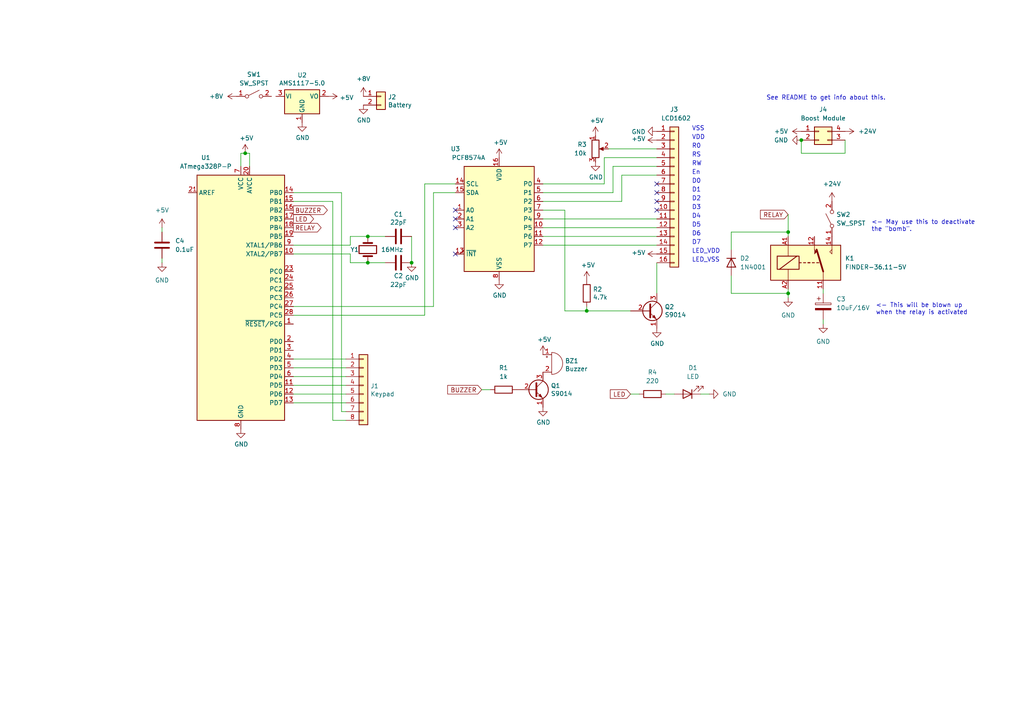
<source format=kicad_sch>
(kicad_sch (version 20211123) (generator eeschema)
  (paper "A4")
  (title_block (title "C4 Clock") (date "2022-02-27") (rev "1.0") (company "yangshunhuai"))
  (lib_symbols
    (symbol "Connector_Generic:Conn_01x02" (pin_names (offset 1.016) hide)
      (property "Reference" "J" (at 0 2.54 0))
      (property "Value" "Conn_01x02" (at 0 -5.08 0))
      (symbol "Conn_01x02_1_1"
        (rectangle (start -1.27 -2.413) (end 0 -2.667) (stroke (width 0.1524)))
        (rectangle (start -1.27 0.127) (end 0 -0.127) (stroke (width 0.1524)))
        (rectangle (start -1.27 1.27) (end 1.27 -3.81) (stroke (width 0.254)) (fill (type background)))
        (pin passive line (at -5.08 0 0) (length 3.81) (name "Pin_1") (number "1"))
        (pin passive line (at -5.08 -2.54 0) (length 3.81) (name "Pin_2") (number "2"))
      )
    )
    (symbol "Connector_Generic:Conn_01x08" (pin_names (offset 1.016) hide)
      (property "Reference" "J" (at 0 10.16 0))
      (property "Value" "Conn_01x08" (at 0 -12.7 0))
      (symbol "Conn_01x08_1_1"
        (rectangle (start -1.27 -10.033) (end 0 -10.287) (stroke (width 0.1524)))
        (rectangle (start -1.27 -7.493) (end 0 -7.747) (stroke (width 0.1524)))
        (rectangle (start -1.27 -4.953) (end 0 -5.207) (stroke (width 0.1524)))
        (rectangle (start -1.27 -2.413) (end 0 -2.667) (stroke (width 0.1524)))
        (rectangle (start -1.27 0.127) (end 0 -0.127) (stroke (width 0.1524)))
        (rectangle (start -1.27 2.667) (end 0 2.413) (stroke (width 0.1524)))
        (rectangle (start -1.27 5.207) (end 0 4.953) (stroke (width 0.1524)))
        (rectangle (start -1.27 7.747) (end 0 7.493) (stroke (width 0.1524)))
        (rectangle (start -1.27 8.89) (end 1.27 -11.43) (stroke (width 0.254)) (fill (type background)))
        (pin passive line (at -5.08 7.62 0) (length 3.81) (name "Pin_1") (number "1"))
        (pin passive line (at -5.08 5.08 0) (length 3.81) (name "Pin_2") (number "2"))
        (pin passive line (at -5.08 2.54 0) (length 3.81) (name "Pin_3") (number "3"))
        (pin passive line (at -5.08 0 0) (length 3.81) (name "Pin_4") (number "4"))
        (pin passive line (at -5.08 -2.54 0) (length 3.81) (name "Pin_5") (number "5"))
        (pin passive line (at -5.08 -5.08 0) (length 3.81) (name "Pin_6") (number "6"))
        (pin passive line (at -5.08 -7.62 0) (length 3.81) (name "Pin_7") (number "7"))
        (pin passive line (at -5.08 -10.16 0) (length 3.81) (name "Pin_8") (number "8"))
      )
    )
    (symbol "Connector_Generic:Conn_01x16" (pin_names (offset 1.016) hide)
      (property "Reference" "J" (at 0 20.32 0))
      (property "Value" "Conn_01x16" (at 0 -22.86 0))
      (symbol "Conn_01x16_1_1"
        (rectangle (start -1.27 -20.193) (end 0 -20.447) (stroke (width 0.1524)))
        (rectangle (start -1.27 -17.653) (end 0 -17.907) (stroke (width 0.1524)))
        (rectangle (start -1.27 -15.113) (end 0 -15.367) (stroke (width 0.1524)))
        (rectangle (start -1.27 -12.573) (end 0 -12.827) (stroke (width 0.1524)))
        (rectangle (start -1.27 -10.033) (end 0 -10.287) (stroke (width 0.1524)))
        (rectangle (start -1.27 -7.493) (end 0 -7.747) (stroke (width 0.1524)))
        (rectangle (start -1.27 -4.953) (end 0 -5.207) (stroke (width 0.1524)))
        (rectangle (start -1.27 -2.413) (end 0 -2.667) (stroke (width 0.1524)))
        (rectangle (start -1.27 0.127) (end 0 -0.127) (stroke (width 0.1524)))
        (rectangle (start -1.27 2.667) (end 0 2.413) (stroke (width 0.1524)))
        (rectangle (start -1.27 5.207) (end 0 4.953) (stroke (width 0.1524)))
        (rectangle (start -1.27 7.747) (end 0 7.493) (stroke (width 0.1524)))
        (rectangle (start -1.27 10.287) (end 0 10.033) (stroke (width 0.1524)))
        (rectangle (start -1.27 12.827) (end 0 12.573) (stroke (width 0.1524)))
        (rectangle (start -1.27 15.367) (end 0 15.113) (stroke (width 0.1524)))
        (rectangle (start -1.27 17.907) (end 0 17.653) (stroke (width 0.1524)))
        (rectangle (start -1.27 19.05) (end 1.27 -21.59) (stroke (width 0.254)) (fill (type background)))
        (pin passive line (at -5.08 17.78 0) (length 3.81) (name "Pin_1") (number "1"))
        (pin passive line (at -5.08 -5.08 0) (length 3.81) (name "Pin_10") (number "10"))
        (pin passive line (at -5.08 -7.62 0) (length 3.81) (name "Pin_11") (number "11"))
        (pin passive line (at -5.08 -10.16 0) (length 3.81) (name "Pin_12") (number "12"))
        (pin passive line (at -5.08 -12.7 0) (length 3.81) (name "Pin_13") (number "13"))
        (pin passive line (at -5.08 -15.24 0) (length 3.81) (name "Pin_14") (number "14"))
        (pin passive line (at -5.08 -17.78 0) (length 3.81) (name "Pin_15") (number "15"))
        (pin passive line (at -5.08 -20.32 0) (length 3.81) (name "Pin_16") (number "16"))
        (pin passive line (at -5.08 15.24 0) (length 3.81) (name "Pin_2") (number "2"))
        (pin passive line (at -5.08 12.7 0) (length 3.81) (name "Pin_3") (number "3"))
        (pin passive line (at -5.08 10.16 0) (length 3.81) (name "Pin_4") (number "4"))
        (pin passive line (at -5.08 7.62 0) (length 3.81) (name "Pin_5") (number "5"))
        (pin passive line (at -5.08 5.08 0) (length 3.81) (name "Pin_6") (number "6"))
        (pin passive line (at -5.08 2.54 0) (length 3.81) (name "Pin_7") (number "7"))
        (pin passive line (at -5.08 0 0) (length 3.81) (name "Pin_8") (number "8"))
        (pin passive line (at -5.08 -2.54 0) (length 3.81) (name "Pin_9") (number "9"))
      )
    )
    (symbol "Connector_Generic:Conn_02x02_Counter_Clockwise" (pin_names (offset 1.016) hide)
      (property "Reference" "J" (at 1.27 2.54 0))
      (property "Value" "Conn_02x02_Counter_Clockwise" (at 1.27 -5.08 0))
      (symbol "Conn_02x02_Counter_Clockwise_1_1"
        (rectangle (start -1.27 -2.413) (end 0 -2.667) (stroke (width 0.1524)))
        (rectangle (start -1.27 0.127) (end 0 -0.127) (stroke (width 0.1524)))
        (rectangle (start -1.27 1.27) (end 3.81 -3.81) (stroke (width 0.254)) (fill (type background)))
        (rectangle (start 3.81 -2.413) (end 2.54 -2.667) (stroke (width 0.1524)))
        (rectangle (start 3.81 0.127) (end 2.54 -0.127) (stroke (width 0.1524)))
        (pin passive line (at -5.08 0 0) (length 3.81) (name "Pin_1") (number "1"))
        (pin passive line (at -5.08 -2.54 0) (length 3.81) (name "Pin_2") (number "2"))
        (pin passive line (at 7.62 -2.54 180) (length 3.81) (name "Pin_3") (number "3"))
        (pin passive line (at 7.62 0 180) (length 3.81) (name "Pin_4") (number "4"))
      )
    )
    (symbol "Device:Buzzer" (pin_names (offset 0.0254) hide)
      (property "Reference" "BZ" (at 3.81 1.27 0))
      (property "Value" "Buzzer" (at 3.81 -1.27 0))
      (symbol "Buzzer_0_1"
        (arc (start 0 -3.175) (mid 3.175 0) (end 0 3.175))
        (polyline (pts (xy -1.651 1.905) (xy -1.143 1.905)))
        (polyline (pts (xy -1.397 2.159) (xy -1.397 1.651)))
        (polyline (pts (xy 0 3.175) (xy 0 -3.175)))
      )
      (symbol "Buzzer_1_1"
        (pin passive line (at -2.54 2.54 0) (length 2.54) (name "-") (number "1"))
        (pin passive line (at -2.54 -2.54 0) (length 2.54) (name "+") (number "2"))
      )
    )
    (symbol "Device:C" (pin_numbers hide) (pin_names (offset 0.254))
      (property "Reference" "C" (at 0.635 2.54 0))
      (property "Value" "C" (at 0.635 -2.54 0))
      (symbol "C_0_1"
        (polyline (pts (xy -2.032 -0.762) (xy 2.032 -0.762)) (stroke (width 0.508)))
        (polyline (pts (xy -2.032 0.762) (xy 2.032 0.762)) (stroke (width 0.508)))
      )
      (symbol "C_1_1"
        (pin passive line (at 0 3.81 270) (length 2.794) (name "~") (number "1"))
        (pin passive line (at 0 -3.81 90) (length 2.794) (name "~") (number "2"))
      )
    )
    (symbol "Device:C_Polarized" (pin_numbers hide) (pin_names (offset 0.254))
      (property "Reference" "C" (at 0.635 2.54 0))
      (property "Value" "C_Polarized" (at 0.635 -2.54 0))
      (symbol "C_Polarized_0_1"
        (rectangle (start -2.286 0.508) (end 2.286 1.016))
        (polyline (pts (xy -1.778 2.286) (xy -0.762 2.286)))
        (polyline (pts (xy -1.27 2.794) (xy -1.27 1.778)))
        (rectangle (start 2.286 -0.508) (end -2.286 -1.016) (fill (type outline)))
      )
      (symbol "C_Polarized_1_1"
        (pin passive line (at 0 3.81 270) (length 2.794) (name "~") (number "1"))
        (pin passive line (at 0 -3.81 90) (length 2.794) (name "~") (number "2"))
      )
    )
    (symbol "Device:Crystal" (pin_numbers hide) (pin_names (offset 1.016) hide)
      (property "Reference" "Y" (at 0 3.81 0))
      (property "Value" "Crystal" (at 0 -3.81 0))
      (symbol "Crystal_0_1"
        (rectangle (start -1.143 2.54) (end 1.143 -2.54) (stroke (width 0.3048)))
        (polyline (pts (xy -2.54 0) (xy -1.905 0)))
        (polyline (pts (xy -1.905 -1.27) (xy -1.905 1.27)) (stroke (width 0.508)))
        (polyline (pts (xy 1.905 -1.27) (xy 1.905 1.27)) (stroke (width 0.508)))
        (polyline (pts (xy 2.54 0) (xy 1.905 0)))
      )
      (symbol "Crystal_1_1"
        (pin passive line (at -3.81 0 0) (length 1.27) (name "1") (number "1"))
        (pin passive line (at 3.81 0 180) (length 1.27) (name "2") (number "2"))
      )
    )
    (symbol "Device:D" (pin_numbers hide) (pin_names (offset 1.016) hide)
      (property "Reference" "D" (at 0 2.54 0))
      (property "Value" "D" (at 0 -2.54 0))
      (symbol "D_0_1"
        (polyline (pts (xy -1.27 1.27) (xy -1.27 -1.27)) (stroke (width 0.254)))
        (polyline (pts (xy 1.27 0) (xy -1.27 0)))
        (polyline (pts (xy 1.27 1.27) (xy 1.27 -1.27) (xy -1.27 0) (xy 1.27 1.27)) (stroke (width 0.254)))
      )
      (symbol "D_1_1"
        (pin passive line (at -3.81 0 0) (length 2.54) (name "K") (number "1"))
        (pin passive line (at 3.81 0 180) (length 2.54) (name "A") (number "2"))
      )
    )
    (symbol "Device:LED" (pin_numbers hide) (pin_names (offset 1.016) hide)
      (property "Reference" "D" (at 0 2.54 0))
      (property "Value" "LED" (at 0 -2.54 0))
      (symbol "LED_0_1"
        (polyline (pts (xy -1.27 -1.27) (xy -1.27 1.27)) (stroke (width 0.254)))
        (polyline (pts (xy -1.27 0) (xy 1.27 0)))
        (polyline (pts (xy 1.27 -1.27) (xy 1.27 1.27) (xy -1.27 0) (xy 1.27 -1.27)) (stroke (width 0.254)))
        (polyline (pts (xy -3.048 -0.762) (xy -4.572 -2.286) (xy -3.81 -2.286) (xy -4.572 -2.286) (xy -4.572 -1.524)))
        (polyline (pts (xy -1.778 -0.762) (xy -3.302 -2.286) (xy -2.54 -2.286) (xy -3.302 -2.286) (xy -3.302 -1.524)))
      )
      (symbol "LED_1_1"
        (pin passive line (at -3.81 0 0) (length 2.54) (name "K") (number "1"))
        (pin passive line (at 3.81 0 180) (length 2.54) (name "A") (number "2"))
      )
    )
    (symbol "Device:Q_NPN_EBC" (pin_names (offset 0) hide)
      (property "Reference" "Q" (at 5.08 1.27 0))
      (property "Value" "Q_NPN_EBC" (at 5.08 -1.27 0))
      (symbol "Q_NPN_EBC_0_1"
        (polyline (pts (xy 0.635 0.635) (xy 2.54 2.54)))
        (polyline (pts (xy 0.635 -0.635) (xy 2.54 -2.54) (xy 2.54 -2.54)))
        (polyline (pts (xy 0.635 1.905) (xy 0.635 -1.905) (xy 0.635 -1.905)) (stroke (width 0.508)))
        (polyline (pts (xy 1.27 -1.778) (xy 1.778 -1.27) (xy 2.286 -2.286) (xy 1.27 -1.778) (xy 1.27 -1.778)) (fill (type outline)))
        (circle (center 1.27 0) (radius 2.8194) (stroke (width 0.254)))
      )
      (symbol "Q_NPN_EBC_1_1"
        (pin passive line (at 2.54 -5.08 90) (length 2.54) (name "E") (number "1"))
        (pin passive line (at -5.08 0 0) (length 5.715) (name "B") (number "2"))
        (pin passive line (at 2.54 5.08 270) (length 2.54) (name "C") (number "3"))
      )
    )
    (symbol "Device:R" (pin_numbers hide) (pin_names (offset 0))
      (property "Reference" "R" (at 2.032 0 90))
      (property "Value" "R" (at 0 0 90))
      (symbol "R_0_1"
        (rectangle (start -1.016 -2.54) (end 1.016 2.54) (stroke (width 0.254)))
      )
      (symbol "R_1_1"
        (pin passive line (at 0 3.81 270) (length 1.27) (name "~") (number "1"))
        (pin passive line (at 0 -3.81 90) (length 1.27) (name "~") (number "2"))
      )
    )
    (symbol "Device:R_Potentiometer" (pin_names (offset 1.016) hide)
      (property "Reference" "RV" (at -4.445 0 90))
      (property "Value" "R_Potentiometer" (at -2.54 0 90))
      (symbol "R_Potentiometer_0_1"
        (polyline (pts (xy 2.54 0) (xy 1.524 0)))
        (polyline (pts (xy 1.143 0) (xy 2.286 0.508) (xy 2.286 -0.508) (xy 1.143 0)) (fill (type outline)))
        (rectangle (start 1.016 2.54) (end -1.016 -2.54) (stroke (width 0.254)))
      )
      (symbol "R_Potentiometer_1_1"
        (pin passive line (at 0 3.81 270) (length 1.27) (name "1") (number "1"))
        (pin passive line (at 3.81 0 180) (length 1.27) (name "2") (number "2"))
        (pin passive line (at 0 -3.81 90) (length 1.27) (name "3") (number "3"))
      )
    )
    (symbol "Interface_Expansion:PCF8574A"
      (property "Reference" "U" (at -8.89 16.51 0))
      (property "Value" "PCF8574A" (at 2.54 16.51 0))
      (symbol "PCF8574A_0_1"
        (rectangle (start -10.16 15.24) (end 10.16 -15.24) (stroke (width 0.254)) (fill (type background)))
      )
      (symbol "PCF8574A_1_1"
        (pin input line (at -12.7 2.54 0) (length 2.54) (name "A0") (number "1"))
        (pin bidirectional line (at 12.7 -2.54 180) (length 2.54) (name "P5") (number "10"))
        (pin bidirectional line (at 12.7 -5.08 180) (length 2.54) (name "P6") (number "11"))
        (pin bidirectional line (at 12.7 -7.62 180) (length 2.54) (name "P7") (number "12"))
        (pin open_collector output_low (at -12.7 -10.16 0) (length 2.54) (name "~{INT}") (number "13"))
        (pin input line (at -12.7 10.16 0) (length 2.54) (name "SCL") (number "14"))
        (pin bidirectional line (at -12.7 7.62 0) (length 2.54) (name "SDA") (number "15"))
        (pin power_in line (at 0 17.78 270) (length 2.54) (name "VDD") (number "16"))
        (pin input line (at -12.7 0 0) (length 2.54) (name "A1") (number "2"))
        (pin input line (at -12.7 -2.54 0) (length 2.54) (name "A2") (number "3"))
        (pin bidirectional line (at 12.7 10.16 180) (length 2.54) (name "P0") (number "4"))
        (pin bidirectional line (at 12.7 7.62 180) (length 2.54) (name "P1") (number "5"))
        (pin bidirectional line (at 12.7 5.08 180) (length 2.54) (name "P2") (number "6"))
        (pin bidirectional line (at 12.7 2.54 180) (length 2.54) (name "P3") (number "7"))
        (pin power_in line (at 0 -17.78 90) (length 2.54) (name "VSS") (number "8"))
        (pin bidirectional line (at 12.7 0 180) (length 2.54) (name "P4") (number "9"))
      )
    )
    (symbol "MCU_Microchip_ATmega:ATmega328P-P"
      (property "Reference" "U" (at -12.7 36.83 0))
      (property "Value" "ATmega328P-P" (at 2.54 -36.83 0))
      (symbol "ATmega328P-P_0_1"
        (rectangle (start -12.7 -35.56) (end 12.7 35.56) (stroke (width 0.254)) (fill (type background)))
      )
      (symbol "ATmega328P-P_1_1"
        (pin bidirectional line (at 15.24 -7.62 180) (length 2.54) (name "~{RESET}/PC6") (number "1"))
        (pin bidirectional line (at 15.24 12.7 180) (length 2.54) (name "XTAL2/PB7") (number "10"))
        (pin bidirectional line (at 15.24 -25.4 180) (length 2.54) (name "PD5") (number "11"))
        (pin bidirectional line (at 15.24 -27.94 180) (length 2.54) (name "PD6") (number "12"))
        (pin bidirectional line (at 15.24 -30.48 180) (length 2.54) (name "PD7") (number "13"))
        (pin bidirectional line (at 15.24 30.48 180) (length 2.54) (name "PB0") (number "14"))
        (pin bidirectional line (at 15.24 27.94 180) (length 2.54) (name "PB1") (number "15"))
        (pin bidirectional line (at 15.24 25.4 180) (length 2.54) (name "PB2") (number "16"))
        (pin bidirectional line (at 15.24 22.86 180) (length 2.54) (name "PB3") (number "17"))
        (pin bidirectional line (at 15.24 20.32 180) (length 2.54) (name "PB4") (number "18"))
        (pin bidirectional line (at 15.24 17.78 180) (length 2.54) (name "PB5") (number "19"))
        (pin bidirectional line (at 15.24 -12.7 180) (length 2.54) (name "PD0") (number "2"))
        (pin power_in line (at 2.54 38.1 270) (length 2.54) (name "AVCC") (number "20"))
        (pin passive line (at -15.24 30.48 0) (length 2.54) (name "AREF") (number "21"))
        (pin passive line (at 0 -38.1 90) (length 2.54) hide (name "GND") (number "22"))
        (pin bidirectional line (at 15.24 7.62 180) (length 2.54) (name "PC0") (number "23"))
        (pin bidirectional line (at 15.24 5.08 180) (length 2.54) (name "PC1") (number "24"))
        (pin bidirectional line (at 15.24 2.54 180) (length 2.54) (name "PC2") (number "25"))
        (pin bidirectional line (at 15.24 0 180) (length 2.54) (name "PC3") (number "26"))
        (pin bidirectional line (at 15.24 -2.54 180) (length 2.54) (name "PC4") (number "27"))
        (pin bidirectional line (at 15.24 -5.08 180) (length 2.54) (name "PC5") (number "28"))
        (pin bidirectional line (at 15.24 -15.24 180) (length 2.54) (name "PD1") (number "3"))
        (pin bidirectional line (at 15.24 -17.78 180) (length 2.54) (name "PD2") (number "4"))
        (pin bidirectional line (at 15.24 -20.32 180) (length 2.54) (name "PD3") (number "5"))
        (pin bidirectional line (at 15.24 -22.86 180) (length 2.54) (name "PD4") (number "6"))
        (pin power_in line (at 0 38.1 270) (length 2.54) (name "VCC") (number "7"))
        (pin power_in line (at 0 -38.1 90) (length 2.54) (name "GND") (number "8"))
        (pin bidirectional line (at 15.24 15.24 180) (length 2.54) (name "XTAL1/PB6") (number "9"))
      )
    )
    (symbol "Regulator_Linear:AMS1117-5.0" (pin_names (offset 0.254))
      (property "Reference" "U" (at -3.81 3.175 0))
      (property "Value" "AMS1117-5.0" (at 0 3.175 0))
      (symbol "AMS1117-5.0_0_1"
        (rectangle (start -5.08 -5.08) (end 5.08 1.905) (stroke (width 0.254)) (fill (type background)))
      )
      (symbol "AMS1117-5.0_1_1"
        (pin power_in line (at 0 -7.62 90) (length 2.54) (name "GND") (number "1"))
        (pin power_out line (at 7.62 0 180) (length 2.54) (name "VO") (number "2"))
        (pin power_in line (at -7.62 0 0) (length 2.54) (name "VI") (number "3"))
      )
    )
    (symbol "Relay:FINDER-36.11"
      (property "Reference" "K" (at 11.43 3.81 0))
      (property "Value" "FINDER-36.11" (at 11.43 1.27 0))
      (symbol "FINDER-36.11_0_0"
        (polyline (pts (xy 2.54 3.81) (xy 2.54 5.08)))
        (polyline (pts (xy 7.62 3.81) (xy 7.62 5.08)))
        (polyline (pts (xy 7.62 3.81) (xy 7.62 2.54) (xy 6.985 3.175) (xy 7.62 3.81)))
      )
      (symbol "FINDER-36.11_0_1"
        (rectangle (start -10.16 5.08) (end 10.16 -5.08) (stroke (width 0.254)) (fill (type background)))
        (rectangle (start -8.255 1.905) (end -1.905 -1.905) (stroke (width 0.254)))
        (polyline (pts (xy -7.62 -1.905) (xy -2.54 1.905)) (stroke (width 0.254)))
        (polyline (pts (xy -5.08 -5.08) (xy -5.08 -1.905)))
        (polyline (pts (xy -5.08 5.08) (xy -5.08 1.905)))
        (polyline (pts (xy -1.905 0) (xy -1.27 0)) (stroke (width 0.254)))
        (polyline (pts (xy -0.635 0) (xy 0 0)) (stroke (width 0.254)))
        (polyline (pts (xy 0.635 0) (xy 1.27 0)) (stroke (width 0.254)))
        (polyline (pts (xy 0.635 0) (xy 1.27 0)) (stroke (width 0.254)))
        (polyline (pts (xy 1.905 0) (xy 2.54 0)) (stroke (width 0.254)))
        (polyline (pts (xy 3.175 0) (xy 3.81 0)) (stroke (width 0.254)))
        (polyline (pts (xy 5.08 -2.54) (xy 3.175 3.81)) (stroke (width 0.508)))
        (polyline (pts (xy 5.08 -2.54) (xy 5.08 -5.08)))
        (polyline (pts (xy 2.54 2.54) (xy 3.175 3.175) (xy 2.54 3.81)) (fill (type outline)))
      )
      (symbol "FINDER-36.11_1_1"
        (pin passive line (at 5.08 -7.62 90) (length 2.54) (name "~") (number "11"))
        (pin passive line (at 2.54 7.62 270) (length 2.54) (name "~") (number "12"))
        (pin passive line (at 7.62 7.62 270) (length 2.54) (name "~") (number "14"))
        (pin passive line (at -5.08 7.62 270) (length 2.54) (name "~") (number "A1"))
        (pin passive line (at -5.08 -7.62 90) (length 2.54) (name "~") (number "A2"))
      )
    )
    (symbol "Switch:SW_SPST" (pin_names (offset 0) hide)
      (property "Reference" "SW" (at 0 3.175 0))
      (property "Value" "SW_SPST" (at 0 -2.54 0))
      (symbol "SW_SPST_0_0"
        (circle (center -2.032 0) (radius 0.508))
        (polyline (pts (xy -1.524 0.254) (xy 1.524 1.778)))
        (circle (center 2.032 0) (radius 0.508))
      )
      (symbol "SW_SPST_1_1"
        (pin passive line (at -5.08 0 0) (length 2.54) (name "A") (number "1"))
        (pin passive line (at 5.08 0 180) (length 2.54) (name "B") (number "2"))
      )
    )
    (symbol "power:+24V" (power) (pin_names (offset 0))
      (property "Value" "+24V" (at 0 3.556 0))
      (symbol "+24V_0_1"
        (polyline (pts (xy -0.762 1.27) (xy 0 2.54)))
        (polyline (pts (xy 0 0) (xy 0 2.54)))
        (polyline (pts (xy 0 2.54) (xy 0.762 1.27)))
      )
      (symbol "+24V_1_1"
        (pin power_in line (at 0 0 90) (length 0) hide (name "+24V") (number "1"))
      )
    )
    (symbol "power:+5V" (power) (pin_names (offset 0))
      (property "Value" "+5V" (at 0 3.556 0))
      (symbol "+5V_0_1"
        (polyline (pts (xy -0.762 1.27) (xy 0 2.54)))
        (polyline (pts (xy 0 0) (xy 0 2.54)))
        (polyline (pts (xy 0 2.54) (xy 0.762 1.27)))
      )
      (symbol "+5V_1_1"
        (pin power_in line (at 0 0 90) (length 0) hide (name "+5V") (number "1"))
      )
    )
    (symbol "power:+8V" (power) (pin_names (offset 0))
      (property "Value" "+8V" (at 0 3.556 0))
      (symbol "+8V_0_1"
        (polyline (pts (xy -0.762 1.27) (xy 0 2.54)))
        (polyline (pts (xy 0 0) (xy 0 2.54)))
        (polyline (pts (xy 0 2.54) (xy 0.762 1.27)))
      )
      (symbol "+8V_1_1"
        (pin power_in line (at 0 0 90) (length 0) hide (name "+8V") (number "1"))
      )
    )
    (symbol "power:GND" (power) (pin_names (offset 0))
      (property "Value" "GND" (at 0 -3.81 0))
      (symbol "GND_0_1"
        (polyline (pts (xy 0 0) (xy 0 -1.27) (xy 1.27 -1.27) (xy 0 -2.54) (xy -1.27 -1.27) (xy 0 -1.27)))
      )
      (symbol "GND_1_1"
        (pin power_in line (at 0 0 270) (length 0) hide (name "GND") (number "1"))
      )
    )
  )
  (junction (at 232.41 40.64))
  (junction (at 71.12 44.45))
  (junction (at 106.68 68.58))
  (junction (at 228.6 85.09))
  (junction (at 106.68 76.2))
  (junction (at 170.18 90.17))
  (junction (at 228.6 67.31))
  (junction (at 119.38 76.2))
  (no_connect (at 132.08 73.66))
  (no_connect (at 190.5 55.88))
  (no_connect (at 190.5 58.42))
  (no_connect (at 132.08 66.04))
  (no_connect (at 132.08 63.5))
  (no_connect (at 190.5 60.96))
  (no_connect (at 190.5 53.34))
  (no_connect (at 132.08 60.96))
  (wire (pts (xy 238.76 92.71) (xy 238.76 93.98)))
  (wire (pts (xy 101.6 73.66) (xy 85.09 73.66)))
  (wire (pts (xy 175.26 53.34) (xy 157.48 53.34)))
  (wire (pts (xy 46.99 66.04) (xy 46.99 67.31)))
  (wire (pts (xy 245.11 44.45) (xy 232.41 44.45)))
  (wire (pts (xy 106.68 68.58) (xy 111.76 68.58)))
  (wire (pts (xy 228.6 67.31) (xy 228.6 68.58)))
  (wire (pts (xy 101.6 68.58) (xy 106.68 68.58)))
  (wire (pts (xy 177.8 48.26) (xy 177.8 55.88)))
  (wire (pts (xy 106.68 76.2) (xy 111.76 76.2)))
  (wire (pts (xy 99.06 55.88) (xy 85.09 55.88)))
  (wire (pts (xy 85.09 106.68) (xy 100.33 106.68)))
  (wire (pts (xy 228.6 67.31) (xy 212.09 67.31)))
  (wire (pts (xy 182.88 114.3) (xy 185.42 114.3)))
  (wire (pts (xy 157.48 60.96) (xy 163.83 60.96)))
  (wire (pts (xy 163.83 90.17) (xy 170.18 90.17)))
  (wire (pts (xy 100.33 121.92) (xy 96.52 121.92)))
  (wire (pts (xy 190.5 76.2) (xy 190.5 85.09)))
  (wire (pts (xy 72.39 44.45) (xy 72.39 48.26)))
  (wire (pts (xy 99.06 119.38) (xy 99.06 55.88)))
  (wire (pts (xy 190.5 71.12) (xy 157.48 71.12)))
  (wire (pts (xy 212.09 85.09) (xy 228.6 85.09)))
  (wire (pts (xy 71.12 44.45) (xy 69.85 44.45)))
  (wire (pts (xy 100.33 114.3) (xy 85.09 114.3)))
  (wire (pts (xy 228.6 86.36) (xy 228.6 85.09)))
  (wire (pts (xy 123.19 53.34) (xy 123.19 91.44)))
  (wire (pts (xy 71.12 44.45) (xy 72.39 44.45)))
  (wire (pts (xy 101.6 71.12) (xy 101.6 68.58)))
  (wire (pts (xy 180.34 50.8) (xy 180.34 58.42)))
  (wire (pts (xy 180.34 58.42) (xy 157.48 58.42)))
  (wire (pts (xy 119.38 68.58) (xy 119.38 76.2)))
  (wire (pts (xy 139.7 113.03) (xy 142.24 113.03)))
  (wire (pts (xy 228.6 62.23) (xy 228.6 67.31)))
  (wire (pts (xy 212.09 67.31) (xy 212.09 72.39)))
  (wire (pts (xy 96.52 121.92) (xy 96.52 58.42)))
  (wire (pts (xy 96.52 58.42) (xy 85.09 58.42)))
  (wire (pts (xy 157.48 68.58) (xy 190.5 68.58)))
  (wire (pts (xy 190.5 66.04) (xy 157.48 66.04)))
  (wire (pts (xy 100.33 119.38) (xy 99.06 119.38)))
  (wire (pts (xy 46.99 74.93) (xy 46.99 76.2)))
  (wire (pts (xy 100.33 104.14) (xy 85.09 104.14)))
  (wire (pts (xy 190.5 48.26) (xy 177.8 48.26)))
  (wire (pts (xy 175.26 45.72) (xy 175.26 53.34)))
  (wire (pts (xy 228.6 85.09) (xy 228.6 83.82)))
  (wire (pts (xy 100.33 109.22) (xy 85.09 109.22)))
  (wire (pts (xy 170.18 90.17) (xy 182.88 90.17)))
  (wire (pts (xy 106.68 76.2) (xy 101.6 76.2)))
  (wire (pts (xy 101.6 76.2) (xy 101.6 73.66)))
  (wire (pts (xy 232.41 44.45) (xy 232.41 40.64)))
  (wire (pts (xy 125.73 88.9) (xy 85.09 88.9)))
  (wire (pts (xy 163.83 60.96) (xy 163.83 90.17)))
  (wire (pts (xy 170.18 88.9) (xy 170.18 90.17)))
  (wire (pts (xy 125.73 55.88) (xy 125.73 88.9)))
  (wire (pts (xy 85.09 71.12) (xy 101.6 71.12)))
  (wire (pts (xy 176.53 43.18) (xy 190.5 43.18)))
  (wire (pts (xy 245.11 40.64) (xy 245.11 44.45)))
  (wire (pts (xy 193.04 114.3) (xy 195.58 114.3)))
  (wire (pts (xy 85.09 116.84) (xy 100.33 116.84)))
  (wire (pts (xy 212.09 80.01) (xy 212.09 85.09)))
  (wire (pts (xy 69.85 44.45) (xy 69.85 48.26)))
  (wire (pts (xy 157.48 63.5) (xy 190.5 63.5)))
  (wire (pts (xy 123.19 91.44) (xy 85.09 91.44)))
  (wire (pts (xy 85.09 111.76) (xy 100.33 111.76)))
  (wire (pts (xy 203.2 114.3) (xy 205.74 114.3)))
  (wire (pts (xy 132.08 53.34) (xy 123.19 53.34)))
  (wire (pts (xy 125.73 55.88) (xy 132.08 55.88)))
  (wire (pts (xy 177.8 55.88) (xy 157.48 55.88)))
  (wire (pts (xy 190.5 45.72) (xy 175.26 45.72)))
  (wire (pts (xy 190.5 50.8) (xy 180.34 50.8)))
  (wire (pts (xy 238.76 83.82) (xy 238.76 85.09)))
  (text "D1" (at 200.66 55.88 0) (effects (font (size 1.27 1.27)) (justify left bottom)))
  (text "D6" (at 200.66 68.58 0) (effects (font (size 1.27 1.27)) (justify left bottom)))
  (text "D5" (at 200.66 66.04 0) (effects (font (size 1.27 1.27)) (justify left bottom)))
  (text "VSS" (at 200.66 38.1 0) (effects (font (size 1.27 1.27)) (justify left bottom)))
  (text "D4" (at 200.66 63.5 0) (effects (font (size 1.27 1.27)) (justify left bottom)))
  (text "<- May use this to deactivate\nthe \"bomb\"." (at 252.73 67.31 0) (effects (font (size 1.27 1.27)) (justify left bottom)))
  (text "VDD" (at 200.66 40.64 0) (effects (font (size 1.27 1.27)) (justify left bottom)))
  (text "RS" (at 200.66 45.72 0) (effects (font (size 1.27 1.27)) (justify left bottom)))
  (text "LED_VDD" (at 200.66 73.66 0) (effects (font (size 1.27 1.27)) (justify left bottom)))
  (text "See README to get info about this." (at 222.25 29.21 0) (effects (font (size 1.27 1.27)) (justify left bottom)))
  (text "R0" (at 200.66 43.18 0) (effects (font (size 1.27 1.27)) (justify left bottom)))
  (text "D0" (at 200.66 53.34 0) (effects (font (size 1.27 1.27)) (justify left bottom)))
  (text "D3" (at 200.66 60.96 0) (effects (font (size 1.27 1.27)) (justify left bottom)))
  (text "D2" (at 200.66 58.42 0) (effects (font (size 1.27 1.27)) (justify left bottom)))
  (text "RW" (at 200.66 48.26 0) (effects (font (size 1.27 1.27)) (justify left bottom)))
  (text "D7" (at 200.66 71.12 0) (effects (font (size 1.27 1.27)) (justify left bottom)))
  (text "LED_VSS" (at 200.66 76.2 0) (effects (font (size 1.27 1.27)) (justify left bottom)))
  (text "<- This will be blown up\nwhen the relay is activated" (at 254 91.44 0) (effects (font (size 1.27 1.27)) (justify left bottom)))
  (text "En" (at 200.66 50.8 0) (effects (font (size 1.27 1.27)) (justify left bottom)))
  (global_label "LED" (shape input) (at 182.88 114.3 180) (property "Intersheet References" "${INTERSHEET_REFS}" (effects hide)))
  (global_label "LED" (shape output) (at 85.09 63.5 0) (property "Intersheet References" "${INTERSHEET_REFS}" (effects hide)))
  (global_label "RELAY" (shape output) (at 85.09 66.04 0) (property "Intersheet References" "${INTERSHEET_REFS}" (effects hide)))
  (global_label "RELAY" (shape input) (at 228.6 62.23 180) (property "Intersheet References" "${INTERSHEET_REFS}" (effects hide)))
  (global_label "BUZZER" (shape input) (at 139.7 113.03 180) (property "Intersheet References" "${INTERSHEET_REFS}" (effects hide)))
  (global_label "BUZZER" (shape output) (at 85.09 60.96 0) (property "Intersheet References" "${INTERSHEET_REFS}" (effects hide)))
  (symbol (lib_id "Interface_Expansion:PCF8574A") (at 144.78 63.5 0) (unit 1)
    (property "Reference" "U3" (at 132.08 43.18 0))
    (property "Value" "PCF8574A" (at 135.89 45.72 0))
    (property "Footprint" "Package_DIP:DIP-16_W7.62mm_Socket" (effects hide))
    (property "Datasheet" "http://www.nxp.com/documents/data_sheet/PCF8574_PCF8574A.pdf" (effects hide))
  )
  (symbol (lib_id "power:+5V") (at 190.5 73.66 90) (unit 1)
    (property "Reference" "#PWR018" (effects hide))
    (property "Value" "+5V" (at 187.2488 73.279 90) (effects (justify left)))
  )
  (symbol (lib_id "Device:Q_NPN_EBC") (at 187.96 90.17 0) (unit 1)
    (property "Reference" "Q2" (at 192.786 89.0016 0) (effects (justify left)))
    (property "Value" "S9014" (at 192.786 91.313 0) (effects (justify left)))
    (property "Footprint" "Package_TO_SOT_THT:TO-92" (effects hide))
  )
  (symbol (lib_id "Device:Buzzer") (at 160.02 105.41 0) (unit 1)
    (property "Reference" "BZ1" (at 163.8808 104.6734 0) (effects (justify left)))
    (property "Value" "Buzzer" (at 163.8808 106.9848 0) (effects (justify left)))
  )
  (symbol (lib_id "Device:Q_NPN_EBC") (at 154.94 113.03 0) (unit 1)
    (property "Reference" "Q1" (at 159.766 111.8616 0) (effects (justify left)))
    (property "Value" "S9014" (at 159.766 114.173 0) (effects (justify left)))
    (property "Footprint" "Package_TO_SOT_THT:TO-92" (effects hide))
  )
  (symbol (lib_id "Device:R") (at 170.18 85.09 0) (unit 1)
    (property "Reference" "R2" (at 171.958 83.9216 0) (effects (justify left)))
    (property "Value" "4.7k" (at 171.958 86.233 0) (effects (justify left)))
    (property "Footprint" "Resistor_THT:R_Axial_DIN0207_L6.3mm_D2.5mm_P10.16mm_Horizontal" (effects hide))
  )
  (symbol (lib_id "power:+5V") (at 157.48 102.87 0) (unit 1)
    (property "Reference" "#PWR011" (effects hide))
    (property "Value" "+5V" (at 157.861 98.4758 0))
  )
  (symbol (lib_id "power:GND") (at 157.48 118.11 0) (unit 1)
    (property "Reference" "#PWR012" (effects hide))
    (property "Value" "GND" (at 157.607 122.5042 0))
  )
  (symbol (lib_id "power:+5V") (at 170.18 81.28 0) (unit 1)
    (property "Reference" "#PWR013" (effects hide))
    (property "Value" "+5V" (at 170.561 76.8858 0))
  )
  (symbol (lib_id "power:+5V") (at 71.12 44.45 0) (unit 1)
    (property "Reference" "#PWR02" (effects hide))
    (property "Value" "+5V" (at 71.501 40.0558 0))
  )
  (symbol (lib_id "Regulator_Linear:AMS1117-5.0") (at 87.63 27.94 0) (unit 1)
    (property "Reference" "U2" (at 87.63 21.7932 0))
    (property "Value" "AMS1117-5.0" (at 87.63 24.1046 0))
    (property "Footprint" "Package_TO_SOT_SMD:SOT-223-3_TabPin2" (effects hide))
    (property "Datasheet" "http://www.advanced-monolithic.com/pdf/ds1117.pdf" (effects hide))
  )
  (symbol (lib_id "power:GND") (at 190.5 95.25 0) (unit 1)
    (property "Reference" "#PWR019" (effects hide))
    (property "Value" "GND" (at 190.627 99.6442 0))
  )
  (symbol (lib_id "Connector_Generic:Conn_01x02") (at 110.49 27.94 0) (unit 1)
    (property "Reference" "J2" (at 112.522 28.1432 0) (effects (justify left)))
    (property "Value" "Battery" (at 112.522 30.4546 0) (effects (justify left)))
    (property "Footprint" "Connector_PinHeader_2.54mm:PinHeader_1x02_P2.54mm_Horizontal" (effects hide))
  )
  (symbol (lib_id "power:+5V") (at 95.25 27.94 270) (unit 1)
    (property "Reference" "#PWR05" (effects hide))
    (property "Value" "+5V" (at 98.5012 28.321 90) (effects (justify left)))
  )
  (symbol (lib_id "power:GND") (at 105.41 30.48 0) (unit 1)
    (property "Reference" "#PWR07" (effects hide))
    (property "Value" "GND" (at 105.537 34.8742 0))
  )
  (symbol (lib_id "power:GND") (at 87.63 35.56 0) (unit 1)
    (property "Reference" "#PWR04" (effects hide))
    (property "Value" "GND" (at 87.757 39.9542 0))
  )
  (symbol (lib_id "power:GND") (at 69.85 124.46 0) (unit 1)
    (property "Reference" "#PWR01" (effects hide))
    (property "Value" "GND" (at 69.977 128.8542 0))
  )
  (symbol (lib_id "Device:Crystal") (at 106.68 72.39 270) (unit 1)
    (property "Reference" "Y1" (at 101.6 72.39 90) (effects (justify left)))
    (property "Value" "16MHz" (at 110.49 72.39 90) (effects (justify left)))
  )
  (symbol (lib_id "Device:C") (at 115.57 68.58 270) (unit 1)
    (property "Reference" "C1" (at 115.57 62.1792 90))
    (property "Value" "22pF" (at 115.57 64.4906 90))
    (property "Footprint" "Capacitor_THT:C_Disc_D3.0mm_W1.6mm_P2.50mm" (effects hide))
  )
  (symbol (lib_id "Device:C") (at 115.57 76.2 270) (unit 1)
    (property "Reference" "C2" (at 115.57 80.01 90))
    (property "Value" "22pF" (at 115.57 82.55 90))
    (property "Footprint" "Capacitor_THT:C_Disc_D3.0mm_W1.6mm_P2.50mm" (effects hide))
  )
  (symbol (lib_id "power:GND") (at 119.38 76.2 0) (unit 1)
    (property "Reference" "#PWR08" (effects hide))
    (property "Value" "GND" (at 119.507 80.5942 0))
  )
  (symbol (lib_id "power:+5V") (at 144.78 45.72 0) (unit 1)
    (property "Reference" "#PWR09" (effects hide))
    (property "Value" "+5V" (at 145.161 41.3258 0))
  )
  (symbol (lib_id "power:GND") (at 144.78 81.28 0) (unit 1)
    (property "Reference" "#PWR010" (effects hide))
    (property "Value" "GND" (at 144.907 85.6742 0))
  )
  (symbol (lib_id "Connector_Generic:Conn_01x16") (at 195.58 55.88 0) (unit 1)
    (property "Reference" "J3" (at 194.31 31.75 0) (effects (justify left)))
    (property "Value" "LCD1602" (at 191.77 34.29 0) (effects (justify left)))
    (property "Footprint" "Connector_PinSocket_2.54mm:PinSocket_1x16_P2.54mm_Vertical" (effects hide))
  )
  (symbol (lib_id "power:GND") (at 190.5 38.1 270) (unit 1)
    (property "Reference" "#PWR016" (effects hide))
    (property "Value" "GND" (at 187.2488 38.227 90) (effects (justify right)))
  )
  (symbol (lib_id "power:+5V") (at 190.5 40.64 90) (unit 1)
    (property "Reference" "#PWR017" (effects hide))
    (property "Value" "+5V" (at 187.2488 40.259 90) (effects (justify left)))
  )
  (symbol (lib_id "power:+5V") (at 172.72 39.37 0) (unit 1)
    (property "Reference" "#PWR014" (effects hide))
    (property "Value" "+5V" (at 173.101 34.9758 0))
  )
  (symbol (lib_id "power:GND") (at 172.72 46.99 0) (unit 1)
    (property "Reference" "#PWR015" (effects hide))
    (property "Value" "GND" (at 172.847 51.3842 0))
  )
  (symbol (lib_id "Connector_Generic:Conn_01x08") (at 105.41 111.76 0) (unit 1)
    (property "Reference" "J1" (at 107.442 111.9632 0) (effects (justify left)))
    (property "Value" "Keypad" (at 107.442 114.2746 0) (effects (justify left)))
    (property "Footprint" "Connector_PinHeader_2.54mm:PinHeader_1x08_P2.54mm_Vertical" (effects hide))
  )
  (symbol (lib_id "power:+8V") (at 68.58 27.94 90) (unit 1)
    (property "Reference" "#PWR03" (effects hide))
    (property "Value" "+8V" (at 64.77 27.9399 90) (effects (justify left)))
  )
  (symbol (lib_id "Switch:SW_SPST") (at 241.3 63.5 90) (unit 1)
    (property "Reference" "SW2" (at 242.57 62.2299 90) (effects (justify right)))
    (property "Value" "SW_SPST" (at 242.57 64.7699 90) (effects (justify right)))
    (property "Footprint" "Button_Switch_THT:SW_E-Switch_EG1271_DPDT" (effects hide))
  )
  (symbol (lib_id "Device:C") (at 46.99 71.12 0) (unit 1)
    (property "Reference" "C4" (at 50.8 69.8499 0) (effects (justify left)))
    (property "Value" "0.1uF" (at 50.8 72.3899 0) (effects (justify left)))
  )
  (symbol (lib_id "power:+5V") (at 46.99 66.04 0) (unit 1)
    (property "Reference" "#PWR027" (effects hide))
    (property "Value" "+5V" (at 46.99 60.96 0))
  )
  (symbol (lib_id "power:+8V") (at 105.41 27.94 0) (unit 1)
    (property "Reference" "#PWR06" (effects hide))
    (property "Value" "+8V" (at 105.41 22.86 0))
  )
  (symbol (lib_id "MCU_Microchip_ATmega:ATmega328P-P") (at 69.85 86.36 0) (unit 1)
    (property "Reference" "U1" (at 59.69 45.72 0))
    (property "Value" "ATmega328P-P" (at 59.69 48.26 0))
    (property "Footprint" "Package_DIP:DIP-28_W7.62mm" (effects hide))
    (property "Datasheet" "http://ww1.microchip.com/downloads/en/DeviceDoc/ATmega328_P%20AVR%20MCU%20with%20picoPower%20Technology%20Data%20Sheet%2040001984A.pdf" (effects hide))
  )
  (symbol (lib_id "Device:LED") (at 199.39 114.3 180) (unit 1)
    (property "Reference" "D1" (at 200.9775 106.68 0))
    (property "Value" "LED" (at 200.9775 109.22 0))
  )
  (symbol (lib_id "Device:D") (at 212.09 76.2 270) (unit 1)
    (property "Reference" "D2" (at 214.63 74.9299 90) (effects (justify left)))
    (property "Value" "1N4001" (at 214.63 77.4699 90) (effects (justify left)))
  )
  (symbol (lib_id "Switch:SW_SPST") (at 73.66 27.94 0) (unit 1)
    (property "Reference" "SW1" (at 73.66 21.59 0))
    (property "Value" "SW_SPST" (at 73.66 24.13 0))
    (property "Footprint" "Button_Switch_THT:SW_E-Switch_EG1271_DPDT" (effects hide))
  )
  (symbol (lib_id "Relay:FINDER-36.11") (at 233.68 76.2 0) (unit 1)
    (property "Reference" "K1" (at 245.11 74.9299 0) (effects (justify left)))
    (property "Value" "FINDER-36.11-5V" (at 245.11 77.4699 0) (effects (justify left)))
    (property "Footprint" "Relay_THT:Relay_SPDT_Finder_36.11" (effects hide))
    (property "Datasheet" "https://gfinder.findernet.com/public/attachments/36/EN/S36EN.pdf" (effects hide))
  )
  (symbol (lib_id "power:+24V") (at 241.3 58.42 0) (unit 1)
    (property "Reference" "#PWR025" (effects hide))
    (property "Value" "+24V" (at 241.3 53.34 0))
  )
  (symbol (lib_id "power:GND") (at 228.6 86.36 0) (unit 1)
    (property "Reference" "#PWR021" (effects hide))
    (property "Value" "GND" (at 228.6 91.44 0))
  )
  (symbol (lib_id "power:GND") (at 238.76 93.98 0) (unit 1)
    (property "Reference" "#PWR024" (effects hide))
    (property "Value" "GND" (at 238.76 99.06 0))
  )
  (symbol (lib_id "Connector_Generic:Conn_02x02_Counter_Clockwise") (at 237.49 38.1 0) (unit 1)
    (property "Reference" "J4" (at 238.76 31.75 0))
    (property "Value" "Boost Module" (at 238.76 34.29 0))
  )
  (symbol (lib_id "power:+24V") (at 245.11 38.1 270) (unit 1)
    (property "Reference" "#PWR026" (effects hide))
    (property "Value" "+24V" (at 248.92 38.0999 90) (effects (justify left)))
  )
  (symbol (lib_id "power:GND") (at 232.41 40.64 270) (unit 1)
    (property "Reference" "#PWR023" (effects hide))
    (property "Value" "GND" (at 228.6 40.6399 90) (effects (justify right)))
  )
  (symbol (lib_id "power:GND") (at 205.74 114.3 90) (unit 1)
    (property "Reference" "#PWR020" (effects hide))
    (property "Value" "GND" (at 209.55 114.2999 90) (effects (justify right)))
  )
  (symbol (lib_id "Device:R") (at 146.05 113.03 90) (unit 1)
    (property "Reference" "R1" (at 146.05 106.68 90))
    (property "Value" "1k" (at 146.05 109.22 90))
    (property "Footprint" "Resistor_THT:R_Axial_DIN0207_L6.3mm_D2.5mm_P10.16mm_Horizontal" (effects hide))
  )
  (symbol (lib_id "Device:R") (at 189.23 114.3 90) (unit 1)
    (property "Reference" "R4" (at 189.23 107.95 90))
    (property "Value" "220" (at 189.23 110.49 90))
    (property "Footprint" "Resistor_THT:R_Axial_DIN0207_L6.3mm_D2.5mm_P10.16mm_Horizontal" (effects hide))
  )
  (symbol (lib_id "power:GND") (at 46.99 76.2 0) (unit 1)
    (property "Reference" "#PWR028" (effects hide))
    (property "Value" "GND" (at 46.99 81.28 0))
  )
  (symbol (lib_id "Device:C_Polarized") (at 238.76 88.9 0) (unit 1)
    (property "Reference" "C3" (at 242.57 86.7409 0) (effects (justify left)))
    (property "Value" "10uF/16V" (at 242.57 89.2809 0) (effects (justify left)))
    (property "Footprint" "Connector_PinSocket_2.54mm:PinSocket_1x02_P2.54mm_Vertical" (effects hide))
  )
  (symbol (lib_id "power:+5V") (at 232.41 38.1 90) (unit 1)
    (property "Reference" "#PWR022" (effects hide))
    (property "Value" "+5V" (at 228.6 38.0999 90) (effects (justify left)))
  )
  (symbol (lib_id "Device:R_Potentiometer") (at 172.72 43.18 0) (unit 1)
    (property "Reference" "R3" (at 170.18 41.9099 0) (effects (justify right)))
    (property "Value" "10k" (at 170.18 44.4499 0) (effects (justify right)))
    (property "Footprint" "Resistor_THT:R_Axial_DIN0207_L6.3mm_D2.5mm_P10.16mm_Horizontal" (effects hide))
  )
)
</source>
